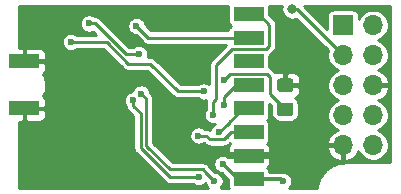
<source format=gbr>
G04 #@! TF.GenerationSoftware,KiCad,Pcbnew,(5.1.6)-1*
G04 #@! TF.CreationDate,2020-11-13T23:12:39+01:00*
G04 #@! TF.ProjectId,AskSin-Analyzer-XS-RPi,41736b53-696e-42d4-916e-616c797a6572,rev?*
G04 #@! TF.SameCoordinates,Original*
G04 #@! TF.FileFunction,Copper,L1,Top*
G04 #@! TF.FilePolarity,Positive*
%FSLAX46Y46*%
G04 Gerber Fmt 4.6, Leading zero omitted, Abs format (unit mm)*
G04 Created by KiCad (PCBNEW (5.1.6)-1) date 2020-11-13 23:12:39*
%MOMM*%
%LPD*%
G01*
G04 APERTURE LIST*
G04 #@! TA.AperFunction,SMDPad,CuDef*
%ADD10R,2.524000X1.200000*%
G04 #@! TD*
G04 #@! TA.AperFunction,ComponentPad*
%ADD11O,1.700000X1.700000*%
G04 #@! TD*
G04 #@! TA.AperFunction,ComponentPad*
%ADD12R,1.700000X1.700000*%
G04 #@! TD*
G04 #@! TA.AperFunction,ViaPad*
%ADD13C,0.600000*%
G04 #@! TD*
G04 #@! TA.AperFunction,ViaPad*
%ADD14C,0.800000*%
G04 #@! TD*
G04 #@! TA.AperFunction,Conductor*
%ADD15C,0.250000*%
G04 #@! TD*
G04 #@! TA.AperFunction,Conductor*
%ADD16C,0.500000*%
G04 #@! TD*
G04 #@! TA.AperFunction,Conductor*
%ADD17C,0.300000*%
G04 #@! TD*
G04 #@! TA.AperFunction,Conductor*
%ADD18C,0.254000*%
G04 #@! TD*
G04 APERTURE END LIST*
D10*
X136025000Y-88650000D03*
X136025000Y-92650000D03*
X155025000Y-84650000D03*
X155025000Y-86650000D03*
X155025000Y-88650000D03*
X155025000Y-90650000D03*
X155025000Y-92650000D03*
X155025000Y-94650000D03*
X155025000Y-96650000D03*
X155025000Y-98650000D03*
D11*
X165540000Y-95760000D03*
X163000000Y-95760000D03*
X165540000Y-93220000D03*
X163000000Y-93220000D03*
X165540000Y-90680000D03*
X163000000Y-90680000D03*
X165540000Y-88140000D03*
X163000000Y-88140000D03*
X165540000Y-85600000D03*
D12*
X163000000Y-85600000D03*
G04 #@! TA.AperFunction,SMDPad,CuDef*
G36*
G01*
X157649999Y-92150000D02*
X158550001Y-92150000D01*
G75*
G02*
X158800000Y-92399999I0J-249999D01*
G01*
X158800000Y-93050001D01*
G75*
G02*
X158550001Y-93300000I-249999J0D01*
G01*
X157649999Y-93300000D01*
G75*
G02*
X157400000Y-93050001I0J249999D01*
G01*
X157400000Y-92399999D01*
G75*
G02*
X157649999Y-92150000I249999J0D01*
G01*
G37*
G04 #@! TD.AperFunction*
G04 #@! TA.AperFunction,SMDPad,CuDef*
G36*
G01*
X157649999Y-90100000D02*
X158550001Y-90100000D01*
G75*
G02*
X158800000Y-90349999I0J-249999D01*
G01*
X158800000Y-91000001D01*
G75*
G02*
X158550001Y-91250000I-249999J0D01*
G01*
X157649999Y-91250000D01*
G75*
G02*
X157400000Y-91000001I0J249999D01*
G01*
X157400000Y-90349999D01*
G75*
G02*
X157649999Y-90100000I249999J0D01*
G01*
G37*
G04 #@! TD.AperFunction*
D13*
X157750000Y-90500000D03*
X157850000Y-94450000D03*
X159500000Y-85950000D03*
X157900000Y-96600000D03*
X149775216Y-85325216D03*
X139490900Y-94834532D03*
X157900000Y-98800000D03*
X152800000Y-97350000D03*
X145917500Y-91392500D03*
X152100000Y-98800000D03*
X145200000Y-91975000D03*
X150775000Y-98475000D03*
X145500000Y-85650000D03*
X152500000Y-94650000D03*
X152925000Y-92350000D03*
X150750000Y-94950000D03*
X152000000Y-93200000D03*
X139950000Y-87000000D03*
X152907500Y-90267500D03*
X151200000Y-91200000D03*
X145700000Y-88050000D03*
X141500000Y-85450000D03*
D14*
X158650000Y-84250000D03*
D15*
X155075000Y-96600000D02*
X155025000Y-96650000D01*
X157900000Y-96600000D02*
X155075000Y-96600000D01*
D16*
X157900000Y-96600000D02*
X153250000Y-96600000D01*
X153250000Y-96600000D02*
X152750000Y-96100000D01*
D15*
X155325000Y-98350000D02*
X155025000Y-98650000D01*
X155025000Y-98650000D02*
X155025000Y-98650000D01*
D17*
X155025000Y-98650000D02*
X154300000Y-98650000D01*
X155025000Y-98650000D02*
X157325000Y-98650000D01*
D15*
X154100000Y-98650000D02*
X152800000Y-97350000D01*
X155025000Y-98650000D02*
X154100000Y-98650000D01*
X152800000Y-97350000D02*
X152800000Y-97350000D01*
D17*
X157750000Y-98650000D02*
X157900000Y-98800000D01*
X155025000Y-98650000D02*
X157750000Y-98650000D01*
D15*
X146300009Y-95800011D02*
X146300009Y-91775009D01*
X146300009Y-91775009D02*
X145925000Y-91400000D01*
X148312499Y-97812501D02*
X146300009Y-95800011D01*
X151112501Y-97812501D02*
X151400000Y-98100000D01*
X148312499Y-97812501D02*
X151112501Y-97812501D01*
X151400000Y-98100000D02*
X152100000Y-98800000D01*
X152100000Y-98800000D02*
X152100000Y-98800000D01*
X145200000Y-92399264D02*
X145200000Y-91975000D01*
X145850000Y-93049264D02*
X145200000Y-92399264D01*
X150775000Y-98475000D02*
X150775000Y-98475000D01*
X145850000Y-95986412D02*
X145850000Y-93049264D01*
X148338588Y-98475000D02*
X145850000Y-95986412D01*
X145200000Y-91975000D02*
X145200000Y-91975000D01*
X150775000Y-98475000D02*
X148338588Y-98475000D01*
X155025000Y-86650000D02*
X147325000Y-86650000D01*
X155025000Y-86650000D02*
X147350000Y-86650000D01*
X146500000Y-86650000D02*
X145500000Y-85650000D01*
X147350000Y-86650000D02*
X146500000Y-86650000D01*
X145500000Y-85650000D02*
X145500000Y-85650000D01*
X155475010Y-92463600D02*
X155343205Y-92331795D01*
X155475010Y-92836400D02*
X155475010Y-92463600D01*
X154500000Y-92650000D02*
X153225000Y-93925000D01*
X155025000Y-92650000D02*
X154500000Y-92650000D01*
X152500000Y-94650000D02*
X152500000Y-94650000D01*
X153225000Y-93925000D02*
X153425001Y-93724999D01*
X152500000Y-94650000D02*
X153225000Y-93925000D01*
X155025000Y-90650000D02*
X154363000Y-90650000D01*
X155025000Y-90650000D02*
X153950000Y-90650000D01*
X152925000Y-91675000D02*
X152925000Y-92350000D01*
X153950000Y-90650000D02*
X152925000Y-91675000D01*
X152925000Y-92350000D02*
X152925000Y-92350000D01*
X155025000Y-94650000D02*
X153513000Y-94650000D01*
X153131500Y-95031500D02*
X153006500Y-95156500D01*
X153513000Y-94650000D02*
X153131500Y-95031500D01*
X151400000Y-94950000D02*
X150750000Y-94950000D01*
X151725001Y-95275001D02*
X151400000Y-94950000D01*
X152887999Y-95275001D02*
X153513000Y-94650000D01*
X152174999Y-95275001D02*
X152887999Y-95275001D01*
X152174999Y-95275001D02*
X151725001Y-95275001D01*
X152800001Y-95275001D02*
X152174999Y-95275001D01*
X150750000Y-94950000D02*
X150750000Y-94950000D01*
X155850000Y-84650000D02*
X155025000Y-84650000D01*
X156750000Y-85550000D02*
X155850000Y-84650000D01*
X156750000Y-87372002D02*
X156750000Y-85550000D01*
X152000000Y-92100000D02*
X152249999Y-91850001D01*
X156472002Y-87650000D02*
X156750000Y-87372002D01*
X152000000Y-93225000D02*
X152000000Y-93225000D01*
X152249999Y-91850001D02*
X152249999Y-88977999D01*
X152249999Y-88977999D02*
X153577998Y-87650000D01*
X153577998Y-87650000D02*
X156472002Y-87650000D01*
X152000000Y-93225000D02*
X152000000Y-93200000D01*
X152000000Y-93200000D02*
X152000000Y-92100000D01*
X144794295Y-88855705D02*
X146655705Y-88855705D01*
X146655705Y-88855705D02*
X149000000Y-91200000D01*
X150850000Y-91200000D02*
X149000000Y-91200000D01*
X149000000Y-91200000D02*
X151200000Y-91200000D01*
X152875000Y-90300000D02*
X152907500Y-90267500D01*
X156547001Y-89724999D02*
X156800000Y-89977998D01*
X153450001Y-89724999D02*
X156547001Y-89724999D01*
X156800000Y-91425000D02*
X158100000Y-92725000D01*
X156800000Y-89977998D02*
X156800000Y-91425000D01*
X139950000Y-87000000D02*
X139950000Y-87000000D01*
X144794295Y-88855705D02*
X142994295Y-87055705D01*
X142938590Y-87000000D02*
X142994295Y-87055705D01*
X139950000Y-87000000D02*
X142938590Y-87000000D01*
X152907500Y-90267500D02*
X153450001Y-89724999D01*
X151200000Y-91200000D02*
X151200000Y-91200000D01*
X145700000Y-88050000D02*
X145700000Y-88050000D01*
X142025000Y-85450000D02*
X142537500Y-85962500D01*
X144625000Y-88050000D02*
X142537500Y-85962500D01*
X141500000Y-85450000D02*
X141500000Y-85450000D01*
X145700000Y-88050000D02*
X144625000Y-88050000D01*
X141500000Y-85450000D02*
X142025000Y-85450000D01*
X163000000Y-88140000D02*
X159110000Y-84250000D01*
X159110000Y-84250000D02*
X158650000Y-84250000D01*
X158650000Y-84250000D02*
X158650000Y-84250000D01*
D18*
G36*
X153289489Y-83991158D02*
G01*
X153283693Y-84050000D01*
X153283693Y-85250000D01*
X153292903Y-85343508D01*
X153320178Y-85433423D01*
X153364471Y-85516289D01*
X153424079Y-85588921D01*
X153496711Y-85648529D01*
X153499463Y-85650000D01*
X153496711Y-85651471D01*
X153424079Y-85711079D01*
X153364471Y-85783711D01*
X153320178Y-85866577D01*
X153292903Y-85956492D01*
X153283890Y-86048000D01*
X146749356Y-86048000D01*
X146277000Y-85575645D01*
X146277000Y-85573472D01*
X146247141Y-85423357D01*
X146188569Y-85281952D01*
X146103536Y-85154691D01*
X145995309Y-85046464D01*
X145868048Y-84961431D01*
X145726643Y-84902859D01*
X145576528Y-84873000D01*
X145423472Y-84873000D01*
X145273357Y-84902859D01*
X145131952Y-84961431D01*
X145004691Y-85046464D01*
X144896464Y-85154691D01*
X144811431Y-85281952D01*
X144752859Y-85423357D01*
X144723000Y-85573472D01*
X144723000Y-85726528D01*
X144752859Y-85876643D01*
X144811431Y-86018048D01*
X144896464Y-86145309D01*
X145004691Y-86253536D01*
X145131952Y-86338569D01*
X145273357Y-86397141D01*
X145423472Y-86427000D01*
X145425645Y-86427000D01*
X146053416Y-87054771D01*
X146072263Y-87077737D01*
X146095228Y-87096584D01*
X146163928Y-87152966D01*
X146268510Y-87208866D01*
X146381987Y-87243289D01*
X146393182Y-87244391D01*
X146470434Y-87252000D01*
X146470441Y-87252000D01*
X146500000Y-87254911D01*
X146529559Y-87252000D01*
X153124641Y-87252000D01*
X151845228Y-88531415D01*
X151822263Y-88550262D01*
X151803416Y-88573227D01*
X151803415Y-88573228D01*
X151747034Y-88641928D01*
X151691133Y-88746510D01*
X151656711Y-88859987D01*
X151645088Y-88977999D01*
X151648000Y-89007565D01*
X151647999Y-90564853D01*
X151568048Y-90511431D01*
X151426643Y-90452859D01*
X151276528Y-90423000D01*
X151123472Y-90423000D01*
X150973357Y-90452859D01*
X150831952Y-90511431D01*
X150704691Y-90596464D01*
X150703155Y-90598000D01*
X149249356Y-90598000D01*
X147102294Y-88450939D01*
X147083442Y-88427968D01*
X146991776Y-88352739D01*
X146887195Y-88296839D01*
X146773717Y-88262416D01*
X146685271Y-88253705D01*
X146685261Y-88253705D01*
X146655705Y-88250794D01*
X146626149Y-88253705D01*
X146451704Y-88253705D01*
X146477000Y-88126528D01*
X146477000Y-87973472D01*
X146447141Y-87823357D01*
X146388569Y-87681952D01*
X146303536Y-87554691D01*
X146195309Y-87446464D01*
X146068048Y-87361431D01*
X145926643Y-87302859D01*
X145776528Y-87273000D01*
X145623472Y-87273000D01*
X145473357Y-87302859D01*
X145331952Y-87361431D01*
X145204691Y-87446464D01*
X145203155Y-87448000D01*
X144874356Y-87448000D01*
X142984093Y-85557738D01*
X142984084Y-85557727D01*
X142471588Y-85045233D01*
X142452737Y-85022263D01*
X142361071Y-84947034D01*
X142256490Y-84891134D01*
X142143012Y-84856711D01*
X142054566Y-84848000D01*
X142054556Y-84848000D01*
X142025000Y-84845089D01*
X141996719Y-84847874D01*
X141995309Y-84846464D01*
X141868048Y-84761431D01*
X141726643Y-84702859D01*
X141576528Y-84673000D01*
X141423472Y-84673000D01*
X141273357Y-84702859D01*
X141131952Y-84761431D01*
X141004691Y-84846464D01*
X140896464Y-84954691D01*
X140811431Y-85081952D01*
X140752859Y-85223357D01*
X140723000Y-85373472D01*
X140723000Y-85526528D01*
X140752859Y-85676643D01*
X140811431Y-85818048D01*
X140896464Y-85945309D01*
X141004691Y-86053536D01*
X141131952Y-86138569D01*
X141273357Y-86197141D01*
X141423472Y-86227000D01*
X141576528Y-86227000D01*
X141726643Y-86197141D01*
X141863922Y-86140278D01*
X142121643Y-86398000D01*
X140446845Y-86398000D01*
X140445309Y-86396464D01*
X140318048Y-86311431D01*
X140176643Y-86252859D01*
X140026528Y-86223000D01*
X139873472Y-86223000D01*
X139723357Y-86252859D01*
X139581952Y-86311431D01*
X139454691Y-86396464D01*
X139346464Y-86504691D01*
X139261431Y-86631952D01*
X139202859Y-86773357D01*
X139173000Y-86923472D01*
X139173000Y-87076528D01*
X139202859Y-87226643D01*
X139261431Y-87368048D01*
X139346464Y-87495309D01*
X139454691Y-87603536D01*
X139581952Y-87688569D01*
X139723357Y-87747141D01*
X139873472Y-87777000D01*
X140026528Y-87777000D01*
X140176643Y-87747141D01*
X140318048Y-87688569D01*
X140445309Y-87603536D01*
X140446845Y-87602000D01*
X142689235Y-87602000D01*
X144347715Y-89260482D01*
X144366558Y-89283442D01*
X144389518Y-89302285D01*
X144389522Y-89302289D01*
X144439748Y-89343508D01*
X144458224Y-89358671D01*
X144562805Y-89414571D01*
X144676283Y-89448994D01*
X144764729Y-89457705D01*
X144764738Y-89457705D01*
X144794294Y-89460616D01*
X144823851Y-89457705D01*
X146406350Y-89457705D01*
X148553416Y-91604772D01*
X148572263Y-91627737D01*
X148663929Y-91702966D01*
X148768510Y-91758866D01*
X148881988Y-91793289D01*
X148970434Y-91802000D01*
X148970443Y-91802000D01*
X149000000Y-91804911D01*
X149029556Y-91802000D01*
X150703155Y-91802000D01*
X150704691Y-91803536D01*
X150831952Y-91888569D01*
X150973357Y-91947141D01*
X151123472Y-91977000D01*
X151276528Y-91977000D01*
X151416681Y-91949122D01*
X151406712Y-91981988D01*
X151395089Y-92100000D01*
X151398001Y-92129566D01*
X151398000Y-92703155D01*
X151396464Y-92704691D01*
X151311431Y-92831952D01*
X151252859Y-92973357D01*
X151223000Y-93123472D01*
X151223000Y-93276528D01*
X151252859Y-93426643D01*
X151311431Y-93568048D01*
X151396464Y-93695309D01*
X151504691Y-93803536D01*
X151631952Y-93888569D01*
X151773357Y-93947141D01*
X151923472Y-93977000D01*
X152076528Y-93977000D01*
X152122267Y-93967902D01*
X152004691Y-94046464D01*
X151896464Y-94154691D01*
X151811431Y-94281952D01*
X151752859Y-94423357D01*
X151746454Y-94455556D01*
X151736071Y-94447034D01*
X151631490Y-94391134D01*
X151518012Y-94356711D01*
X151429566Y-94348000D01*
X151429556Y-94348000D01*
X151400000Y-94345089D01*
X151370444Y-94348000D01*
X151246845Y-94348000D01*
X151245309Y-94346464D01*
X151118048Y-94261431D01*
X150976643Y-94202859D01*
X150826528Y-94173000D01*
X150673472Y-94173000D01*
X150523357Y-94202859D01*
X150381952Y-94261431D01*
X150254691Y-94346464D01*
X150146464Y-94454691D01*
X150061431Y-94581952D01*
X150002859Y-94723357D01*
X149973000Y-94873472D01*
X149973000Y-95026528D01*
X150002859Y-95176643D01*
X150061431Y-95318048D01*
X150146464Y-95445309D01*
X150254691Y-95553536D01*
X150381952Y-95638569D01*
X150523357Y-95697141D01*
X150673472Y-95727000D01*
X150826528Y-95727000D01*
X150976643Y-95697141D01*
X151118048Y-95638569D01*
X151189483Y-95590838D01*
X151278412Y-95679767D01*
X151297264Y-95702738D01*
X151388930Y-95777967D01*
X151493511Y-95833867D01*
X151606989Y-95868290D01*
X151695435Y-95877001D01*
X151695444Y-95877001D01*
X151725001Y-95879912D01*
X151754557Y-95877001D01*
X152858443Y-95877001D01*
X152887999Y-95879912D01*
X152917555Y-95877001D01*
X152917565Y-95877001D01*
X153006011Y-95868290D01*
X153119489Y-95833867D01*
X153224070Y-95777967D01*
X153315736Y-95702738D01*
X153334588Y-95679767D01*
X153424823Y-95589532D01*
X153459095Y-95617658D01*
X153388552Y-95675552D01*
X153322695Y-95755798D01*
X153273760Y-95847350D01*
X153243625Y-95946690D01*
X153233450Y-96050000D01*
X153236000Y-96445250D01*
X153367750Y-96577000D01*
X154952000Y-96577000D01*
X154952000Y-96557000D01*
X155098000Y-96557000D01*
X155098000Y-96577000D01*
X156682250Y-96577000D01*
X156814000Y-96445250D01*
X156816550Y-96050000D01*
X156816276Y-96047209D01*
X161653285Y-96047209D01*
X161720680Y-96269391D01*
X161844639Y-96509186D01*
X162012998Y-96720190D01*
X162219287Y-96894295D01*
X162455578Y-97024809D01*
X162712791Y-97106718D01*
X162927000Y-97003317D01*
X162927000Y-95833000D01*
X161756892Y-95833000D01*
X161653285Y-96047209D01*
X156816276Y-96047209D01*
X156806375Y-95946690D01*
X156776240Y-95847350D01*
X156727305Y-95755798D01*
X156661448Y-95675552D01*
X156590905Y-95617658D01*
X156625921Y-95588921D01*
X156685529Y-95516289D01*
X156729822Y-95433423D01*
X156757097Y-95343508D01*
X156766307Y-95250000D01*
X156766307Y-94050000D01*
X156757097Y-93956492D01*
X156729822Y-93866577D01*
X156685529Y-93783711D01*
X156625921Y-93711079D01*
X156553289Y-93651471D01*
X156550537Y-93650000D01*
X156553289Y-93648529D01*
X156625921Y-93588921D01*
X156685529Y-93516289D01*
X156729822Y-93433423D01*
X156757097Y-93343508D01*
X156766307Y-93250000D01*
X156766307Y-92242662D01*
X156920958Y-92397313D01*
X156920693Y-92399999D01*
X156920693Y-93050001D01*
X156934706Y-93192282D01*
X156976208Y-93329094D01*
X157043603Y-93455182D01*
X157134302Y-93565698D01*
X157244818Y-93656397D01*
X157370906Y-93723792D01*
X157507718Y-93765294D01*
X157649999Y-93779307D01*
X158550001Y-93779307D01*
X158692282Y-93765294D01*
X158829094Y-93723792D01*
X158955182Y-93656397D01*
X159065698Y-93565698D01*
X159156397Y-93455182D01*
X159223792Y-93329094D01*
X159265294Y-93192282D01*
X159279307Y-93050001D01*
X159279307Y-92399999D01*
X159265294Y-92257718D01*
X159223792Y-92120906D01*
X159156397Y-91994818D01*
X159065698Y-91884302D01*
X158955182Y-91793603D01*
X158907485Y-91768109D01*
X159002650Y-91739240D01*
X159094202Y-91690305D01*
X159174448Y-91624448D01*
X159240305Y-91544202D01*
X159289240Y-91452650D01*
X159319375Y-91353310D01*
X159329550Y-91250000D01*
X159327000Y-90879750D01*
X159195250Y-90748000D01*
X158173000Y-90748000D01*
X158173000Y-90768000D01*
X158027000Y-90768000D01*
X158027000Y-90748000D01*
X158007000Y-90748000D01*
X158007000Y-90602000D01*
X158027000Y-90602000D01*
X158027000Y-89704750D01*
X158173000Y-89704750D01*
X158173000Y-90602000D01*
X159195250Y-90602000D01*
X159327000Y-90470250D01*
X159329550Y-90100000D01*
X159319375Y-89996690D01*
X159289240Y-89897350D01*
X159240305Y-89805798D01*
X159174448Y-89725552D01*
X159094202Y-89659695D01*
X159002650Y-89610760D01*
X158903310Y-89580625D01*
X158800000Y-89570450D01*
X158304750Y-89573000D01*
X158173000Y-89704750D01*
X158027000Y-89704750D01*
X157895250Y-89573000D01*
X157400000Y-89570450D01*
X157296690Y-89580625D01*
X157261434Y-89591320D01*
X157227737Y-89550261D01*
X157204767Y-89531410D01*
X156993590Y-89320233D01*
X156974738Y-89297262D01*
X156883072Y-89222033D01*
X156778491Y-89166133D01*
X156766307Y-89162437D01*
X156766307Y-88175291D01*
X156808073Y-88152966D01*
X156899739Y-88077737D01*
X156918591Y-88054766D01*
X157154767Y-87818590D01*
X157177737Y-87799739D01*
X157252966Y-87708073D01*
X157308866Y-87603492D01*
X157316022Y-87579903D01*
X157343289Y-87490015D01*
X157347578Y-87446464D01*
X157352000Y-87401568D01*
X157352000Y-87401561D01*
X157354911Y-87372002D01*
X157352000Y-87342443D01*
X157352000Y-85579556D01*
X157354911Y-85549999D01*
X157352000Y-85520443D01*
X157352000Y-85520434D01*
X157343289Y-85431988D01*
X157308866Y-85318510D01*
X157252966Y-85213929D01*
X157242286Y-85200916D01*
X157196584Y-85145227D01*
X157196580Y-85145223D01*
X157177737Y-85122263D01*
X157154777Y-85103420D01*
X156766307Y-84714951D01*
X156766307Y-84050000D01*
X156760777Y-83993858D01*
X157806607Y-83994672D01*
X157773000Y-84163623D01*
X157773000Y-84336377D01*
X157806703Y-84505811D01*
X157872813Y-84665415D01*
X157968790Y-84809055D01*
X158090945Y-84931210D01*
X158234585Y-85027187D01*
X158394189Y-85093297D01*
X158563623Y-85127000D01*
X158736377Y-85127000D01*
X158905811Y-85093297D01*
X159044497Y-85035852D01*
X161735002Y-87726358D01*
X161723996Y-87752928D01*
X161673000Y-88009302D01*
X161673000Y-88270698D01*
X161723996Y-88527072D01*
X161824028Y-88768570D01*
X161969252Y-88985913D01*
X162154087Y-89170748D01*
X162371430Y-89315972D01*
X162598433Y-89410000D01*
X162371430Y-89504028D01*
X162154087Y-89649252D01*
X161969252Y-89834087D01*
X161824028Y-90051430D01*
X161723996Y-90292928D01*
X161673000Y-90549302D01*
X161673000Y-90810698D01*
X161723996Y-91067072D01*
X161824028Y-91308570D01*
X161969252Y-91525913D01*
X162154087Y-91710748D01*
X162371430Y-91855972D01*
X162598433Y-91950000D01*
X162371430Y-92044028D01*
X162154087Y-92189252D01*
X161969252Y-92374087D01*
X161824028Y-92591430D01*
X161723996Y-92832928D01*
X161673000Y-93089302D01*
X161673000Y-93350698D01*
X161723996Y-93607072D01*
X161824028Y-93848570D01*
X161969252Y-94065913D01*
X162154087Y-94250748D01*
X162371430Y-94395972D01*
X162543427Y-94467216D01*
X162455578Y-94495191D01*
X162219287Y-94625705D01*
X162012998Y-94799810D01*
X161844639Y-95010814D01*
X161720680Y-95250609D01*
X161653285Y-95472791D01*
X161756892Y-95687000D01*
X162927000Y-95687000D01*
X162927000Y-95667000D01*
X163073000Y-95667000D01*
X163073000Y-95687000D01*
X163093000Y-95687000D01*
X163093000Y-95833000D01*
X163073000Y-95833000D01*
X163073000Y-97003317D01*
X163287209Y-97106718D01*
X163544422Y-97024809D01*
X163780713Y-96894295D01*
X163987002Y-96720190D01*
X164155361Y-96509186D01*
X164279320Y-96269391D01*
X164294260Y-96220137D01*
X164364028Y-96388570D01*
X164509252Y-96605913D01*
X164694087Y-96790748D01*
X164911430Y-96935972D01*
X165152928Y-97036004D01*
X165409302Y-97087000D01*
X165670698Y-97087000D01*
X165927072Y-97036004D01*
X166168570Y-96935972D01*
X166385913Y-96790748D01*
X166570748Y-96605913D01*
X166715972Y-96388570D01*
X166816004Y-96147072D01*
X166867000Y-95890698D01*
X166867000Y-95629302D01*
X166816004Y-95372928D01*
X166715972Y-95131430D01*
X166570748Y-94914087D01*
X166385913Y-94729252D01*
X166168570Y-94584028D01*
X165941567Y-94490000D01*
X166168570Y-94395972D01*
X166385913Y-94250748D01*
X166570748Y-94065913D01*
X166715972Y-93848570D01*
X166816004Y-93607072D01*
X166867000Y-93350698D01*
X166867000Y-93089302D01*
X166816004Y-92832928D01*
X166715972Y-92591430D01*
X166570748Y-92374087D01*
X166385913Y-92189252D01*
X166168570Y-92044028D01*
X165996573Y-91972784D01*
X166084422Y-91944809D01*
X166320713Y-91814295D01*
X166527002Y-91640190D01*
X166695361Y-91429186D01*
X166819320Y-91189391D01*
X166886715Y-90967209D01*
X166783108Y-90753000D01*
X165613000Y-90753000D01*
X165613000Y-90773000D01*
X165467000Y-90773000D01*
X165467000Y-90753000D01*
X165447000Y-90753000D01*
X165447000Y-90607000D01*
X165467000Y-90607000D01*
X165467000Y-90587000D01*
X165613000Y-90587000D01*
X165613000Y-90607000D01*
X166783108Y-90607000D01*
X166886715Y-90392791D01*
X166819320Y-90170609D01*
X166695361Y-89930814D01*
X166527002Y-89719810D01*
X166320713Y-89545705D01*
X166084422Y-89415191D01*
X165996573Y-89387216D01*
X166168570Y-89315972D01*
X166385913Y-89170748D01*
X166570748Y-88985913D01*
X166715972Y-88768570D01*
X166816004Y-88527072D01*
X166867000Y-88270698D01*
X166867000Y-88009302D01*
X166816004Y-87752928D01*
X166715972Y-87511430D01*
X166570748Y-87294087D01*
X166385913Y-87109252D01*
X166168570Y-86964028D01*
X165941567Y-86870000D01*
X166168570Y-86775972D01*
X166385913Y-86630748D01*
X166570748Y-86445913D01*
X166715972Y-86228570D01*
X166816004Y-85987072D01*
X166867000Y-85730698D01*
X166867000Y-85469302D01*
X166816004Y-85212928D01*
X166715972Y-84971430D01*
X166570748Y-84754087D01*
X166385913Y-84569252D01*
X166168570Y-84424028D01*
X165927072Y-84323996D01*
X165670698Y-84273000D01*
X165409302Y-84273000D01*
X165152928Y-84323996D01*
X164911430Y-84424028D01*
X164694087Y-84569252D01*
X164509252Y-84754087D01*
X164364028Y-84971430D01*
X164329307Y-85055254D01*
X164329307Y-84750000D01*
X164320097Y-84656492D01*
X164292822Y-84566577D01*
X164248529Y-84483711D01*
X164188921Y-84411079D01*
X164116289Y-84351471D01*
X164033423Y-84307178D01*
X163943508Y-84279903D01*
X163850000Y-84270693D01*
X162150000Y-84270693D01*
X162056492Y-84279903D01*
X161966577Y-84307178D01*
X161883711Y-84351471D01*
X161811079Y-84411079D01*
X161751471Y-84483711D01*
X161707178Y-84566577D01*
X161679903Y-84656492D01*
X161670693Y-84750000D01*
X161670693Y-85959337D01*
X159707506Y-83996151D01*
X166998000Y-84001824D01*
X166998001Y-97223000D01*
X163202503Y-97223000D01*
X163141846Y-97222403D01*
X163116674Y-97224621D01*
X163091407Y-97224445D01*
X163084432Y-97225129D01*
X162720372Y-97263393D01*
X162675816Y-97272539D01*
X162631109Y-97281068D01*
X162624399Y-97283093D01*
X162274704Y-97391342D01*
X162232759Y-97408975D01*
X162190575Y-97426018D01*
X162184387Y-97429308D01*
X161862377Y-97603419D01*
X161824673Y-97628851D01*
X161786585Y-97653775D01*
X161781154Y-97658205D01*
X161499096Y-97891544D01*
X161467050Y-97923814D01*
X161434529Y-97955662D01*
X161430061Y-97961062D01*
X161198696Y-98244743D01*
X161173512Y-98282648D01*
X161147812Y-98320182D01*
X161144478Y-98326348D01*
X160972621Y-98649565D01*
X160955291Y-98691611D01*
X160937359Y-98733450D01*
X160935286Y-98740146D01*
X160829482Y-99090588D01*
X160820645Y-99135222D01*
X160811186Y-99179723D01*
X160810453Y-99186694D01*
X160792185Y-99373000D01*
X158425845Y-99373000D01*
X158503536Y-99295309D01*
X158588569Y-99168048D01*
X158647141Y-99026643D01*
X158677000Y-98876528D01*
X158677000Y-98723472D01*
X158647141Y-98573357D01*
X158588569Y-98431952D01*
X158503536Y-98304691D01*
X158395309Y-98196464D01*
X158268048Y-98111431D01*
X158126643Y-98052859D01*
X157976528Y-98023000D01*
X157823472Y-98023000D01*
X157809338Y-98025811D01*
X157780794Y-98023000D01*
X157750000Y-98019967D01*
X157719206Y-98023000D01*
X156763648Y-98023000D01*
X156757097Y-97956492D01*
X156729822Y-97866577D01*
X156685529Y-97783711D01*
X156625921Y-97711079D01*
X156590905Y-97682342D01*
X156661448Y-97624448D01*
X156727305Y-97544202D01*
X156776240Y-97452650D01*
X156806375Y-97353310D01*
X156816550Y-97250000D01*
X156814000Y-96854750D01*
X156682250Y-96723000D01*
X155098000Y-96723000D01*
X155098000Y-96743000D01*
X154952000Y-96743000D01*
X154952000Y-96723000D01*
X153367750Y-96723000D01*
X153319798Y-96770953D01*
X153295309Y-96746464D01*
X153168048Y-96661431D01*
X153026643Y-96602859D01*
X152876528Y-96573000D01*
X152723472Y-96573000D01*
X152573357Y-96602859D01*
X152431952Y-96661431D01*
X152304691Y-96746464D01*
X152196464Y-96854691D01*
X152111431Y-96981952D01*
X152052859Y-97123357D01*
X152023000Y-97273472D01*
X152023000Y-97426528D01*
X152052859Y-97576643D01*
X152111431Y-97718048D01*
X152196464Y-97845309D01*
X152304691Y-97953536D01*
X152431952Y-98038569D01*
X152573357Y-98097141D01*
X152723472Y-98127000D01*
X152725645Y-98127000D01*
X153283693Y-98685049D01*
X153283693Y-99250000D01*
X153292903Y-99343508D01*
X153301849Y-99373000D01*
X152625845Y-99373000D01*
X152703536Y-99295309D01*
X152788569Y-99168048D01*
X152847141Y-99026643D01*
X152877000Y-98876528D01*
X152877000Y-98723472D01*
X152847141Y-98573357D01*
X152788569Y-98431952D01*
X152703536Y-98304691D01*
X152595309Y-98196464D01*
X152468048Y-98111431D01*
X152326643Y-98052859D01*
X152176528Y-98023000D01*
X152174356Y-98023000D01*
X151804771Y-97653416D01*
X151559090Y-97407735D01*
X151540238Y-97384764D01*
X151448572Y-97309535D01*
X151343991Y-97253635D01*
X151230513Y-97219212D01*
X151142067Y-97210501D01*
X151142057Y-97210501D01*
X151112501Y-97207590D01*
X151082945Y-97210501D01*
X148561855Y-97210501D01*
X146902009Y-95550656D01*
X146902009Y-91804565D01*
X146904920Y-91775009D01*
X146902009Y-91745452D01*
X146902009Y-91745443D01*
X146893298Y-91656997D01*
X146858875Y-91543519D01*
X146802975Y-91438938D01*
X146727746Y-91347272D01*
X146704775Y-91328420D01*
X146694500Y-91318145D01*
X146694500Y-91315972D01*
X146664641Y-91165857D01*
X146606069Y-91024452D01*
X146521036Y-90897191D01*
X146412809Y-90788964D01*
X146285548Y-90703931D01*
X146144143Y-90645359D01*
X145994028Y-90615500D01*
X145840972Y-90615500D01*
X145690857Y-90645359D01*
X145549452Y-90703931D01*
X145422191Y-90788964D01*
X145313964Y-90897191D01*
X145228931Y-91024452D01*
X145170359Y-91165857D01*
X145163966Y-91198000D01*
X145123472Y-91198000D01*
X144973357Y-91227859D01*
X144831952Y-91286431D01*
X144704691Y-91371464D01*
X144596464Y-91479691D01*
X144511431Y-91606952D01*
X144452859Y-91748357D01*
X144423000Y-91898472D01*
X144423000Y-92051528D01*
X144452859Y-92201643D01*
X144511431Y-92343048D01*
X144596464Y-92470309D01*
X144602699Y-92476544D01*
X144606711Y-92517275D01*
X144641134Y-92630753D01*
X144697034Y-92735334D01*
X144772263Y-92827001D01*
X144795234Y-92845853D01*
X145248001Y-93298621D01*
X145248000Y-95956855D01*
X145245089Y-95986412D01*
X145248000Y-96015968D01*
X145248000Y-96015977D01*
X145256711Y-96104423D01*
X145291134Y-96217901D01*
X145347034Y-96322482D01*
X145422263Y-96414149D01*
X145445234Y-96433001D01*
X147892004Y-98879772D01*
X147910851Y-98902737D01*
X148002517Y-98977966D01*
X148107098Y-99033866D01*
X148220576Y-99068289D01*
X148309022Y-99077000D01*
X148309031Y-99077000D01*
X148338588Y-99079911D01*
X148368144Y-99077000D01*
X150278155Y-99077000D01*
X150279691Y-99078536D01*
X150406952Y-99163569D01*
X150548357Y-99222141D01*
X150698472Y-99252000D01*
X150851528Y-99252000D01*
X151001643Y-99222141D01*
X151143048Y-99163569D01*
X151270309Y-99078536D01*
X151347773Y-99001072D01*
X151352859Y-99026643D01*
X151411431Y-99168048D01*
X151496464Y-99295309D01*
X151574155Y-99373000D01*
X135602000Y-99373000D01*
X135602000Y-93777526D01*
X135820250Y-93777000D01*
X135952000Y-93645250D01*
X135952000Y-92723000D01*
X136098000Y-92723000D01*
X136098000Y-93645250D01*
X136229750Y-93777000D01*
X137287000Y-93779550D01*
X137390310Y-93769375D01*
X137489650Y-93739240D01*
X137581202Y-93690305D01*
X137661448Y-93624448D01*
X137727305Y-93544202D01*
X137776240Y-93452650D01*
X137806375Y-93353310D01*
X137816550Y-93250000D01*
X137814000Y-92854750D01*
X137682250Y-92723000D01*
X136098000Y-92723000D01*
X135952000Y-92723000D01*
X135932000Y-92723000D01*
X135932000Y-92577000D01*
X135952000Y-92577000D01*
X135952000Y-92557000D01*
X136098000Y-92557000D01*
X136098000Y-92577000D01*
X137682250Y-92577000D01*
X137814000Y-92445250D01*
X137816550Y-92050000D01*
X137806375Y-91946690D01*
X137776240Y-91847350D01*
X137727305Y-91755798D01*
X137661448Y-91675552D01*
X137581202Y-91609695D01*
X137576469Y-91607165D01*
X137580969Y-91601148D01*
X137584557Y-91595127D01*
X137700681Y-91397141D01*
X137719755Y-91355846D01*
X137739414Y-91314801D01*
X137741765Y-91308198D01*
X137817221Y-91091429D01*
X137827914Y-91047203D01*
X137839223Y-91003133D01*
X137840247Y-90996199D01*
X137872162Y-90768901D01*
X137874061Y-90723439D01*
X137876595Y-90678016D01*
X137876252Y-90671015D01*
X137863411Y-90441847D01*
X137856440Y-90396857D01*
X137850106Y-90351829D01*
X137848410Y-90345028D01*
X137791301Y-90122720D01*
X137775755Y-90080024D01*
X137760766Y-90037000D01*
X137757780Y-90030659D01*
X137658578Y-89823675D01*
X137635015Y-89784779D01*
X137611974Y-89745519D01*
X137607814Y-89739878D01*
X137573714Y-89694308D01*
X137581202Y-89690305D01*
X137661448Y-89624448D01*
X137727305Y-89544202D01*
X137776240Y-89452650D01*
X137806375Y-89353310D01*
X137816550Y-89250000D01*
X137814000Y-88854750D01*
X137682250Y-88723000D01*
X136098000Y-88723000D01*
X136098000Y-88743000D01*
X135952000Y-88743000D01*
X135952000Y-88723000D01*
X135932000Y-88723000D01*
X135932000Y-88577000D01*
X135952000Y-88577000D01*
X135952000Y-87654750D01*
X136098000Y-87654750D01*
X136098000Y-88577000D01*
X137682250Y-88577000D01*
X137814000Y-88445250D01*
X137816550Y-88050000D01*
X137806375Y-87946690D01*
X137776240Y-87847350D01*
X137727305Y-87755798D01*
X137661448Y-87675552D01*
X137581202Y-87609695D01*
X137489650Y-87560760D01*
X137390310Y-87530625D01*
X137287000Y-87520450D01*
X136229750Y-87523000D01*
X136098000Y-87654750D01*
X135952000Y-87654750D01*
X135820250Y-87523000D01*
X135599623Y-87522468D01*
X135595309Y-83977391D01*
X153289489Y-83991158D01*
G37*
X153289489Y-83991158D02*
X153283693Y-84050000D01*
X153283693Y-85250000D01*
X153292903Y-85343508D01*
X153320178Y-85433423D01*
X153364471Y-85516289D01*
X153424079Y-85588921D01*
X153496711Y-85648529D01*
X153499463Y-85650000D01*
X153496711Y-85651471D01*
X153424079Y-85711079D01*
X153364471Y-85783711D01*
X153320178Y-85866577D01*
X153292903Y-85956492D01*
X153283890Y-86048000D01*
X146749356Y-86048000D01*
X146277000Y-85575645D01*
X146277000Y-85573472D01*
X146247141Y-85423357D01*
X146188569Y-85281952D01*
X146103536Y-85154691D01*
X145995309Y-85046464D01*
X145868048Y-84961431D01*
X145726643Y-84902859D01*
X145576528Y-84873000D01*
X145423472Y-84873000D01*
X145273357Y-84902859D01*
X145131952Y-84961431D01*
X145004691Y-85046464D01*
X144896464Y-85154691D01*
X144811431Y-85281952D01*
X144752859Y-85423357D01*
X144723000Y-85573472D01*
X144723000Y-85726528D01*
X144752859Y-85876643D01*
X144811431Y-86018048D01*
X144896464Y-86145309D01*
X145004691Y-86253536D01*
X145131952Y-86338569D01*
X145273357Y-86397141D01*
X145423472Y-86427000D01*
X145425645Y-86427000D01*
X146053416Y-87054771D01*
X146072263Y-87077737D01*
X146095228Y-87096584D01*
X146163928Y-87152966D01*
X146268510Y-87208866D01*
X146381987Y-87243289D01*
X146393182Y-87244391D01*
X146470434Y-87252000D01*
X146470441Y-87252000D01*
X146500000Y-87254911D01*
X146529559Y-87252000D01*
X153124641Y-87252000D01*
X151845228Y-88531415D01*
X151822263Y-88550262D01*
X151803416Y-88573227D01*
X151803415Y-88573228D01*
X151747034Y-88641928D01*
X151691133Y-88746510D01*
X151656711Y-88859987D01*
X151645088Y-88977999D01*
X151648000Y-89007565D01*
X151647999Y-90564853D01*
X151568048Y-90511431D01*
X151426643Y-90452859D01*
X151276528Y-90423000D01*
X151123472Y-90423000D01*
X150973357Y-90452859D01*
X150831952Y-90511431D01*
X150704691Y-90596464D01*
X150703155Y-90598000D01*
X149249356Y-90598000D01*
X147102294Y-88450939D01*
X147083442Y-88427968D01*
X146991776Y-88352739D01*
X146887195Y-88296839D01*
X146773717Y-88262416D01*
X146685271Y-88253705D01*
X146685261Y-88253705D01*
X146655705Y-88250794D01*
X146626149Y-88253705D01*
X146451704Y-88253705D01*
X146477000Y-88126528D01*
X146477000Y-87973472D01*
X146447141Y-87823357D01*
X146388569Y-87681952D01*
X146303536Y-87554691D01*
X146195309Y-87446464D01*
X146068048Y-87361431D01*
X145926643Y-87302859D01*
X145776528Y-87273000D01*
X145623472Y-87273000D01*
X145473357Y-87302859D01*
X145331952Y-87361431D01*
X145204691Y-87446464D01*
X145203155Y-87448000D01*
X144874356Y-87448000D01*
X142984093Y-85557738D01*
X142984084Y-85557727D01*
X142471588Y-85045233D01*
X142452737Y-85022263D01*
X142361071Y-84947034D01*
X142256490Y-84891134D01*
X142143012Y-84856711D01*
X142054566Y-84848000D01*
X142054556Y-84848000D01*
X142025000Y-84845089D01*
X141996719Y-84847874D01*
X141995309Y-84846464D01*
X141868048Y-84761431D01*
X141726643Y-84702859D01*
X141576528Y-84673000D01*
X141423472Y-84673000D01*
X141273357Y-84702859D01*
X141131952Y-84761431D01*
X141004691Y-84846464D01*
X140896464Y-84954691D01*
X140811431Y-85081952D01*
X140752859Y-85223357D01*
X140723000Y-85373472D01*
X140723000Y-85526528D01*
X140752859Y-85676643D01*
X140811431Y-85818048D01*
X140896464Y-85945309D01*
X141004691Y-86053536D01*
X141131952Y-86138569D01*
X141273357Y-86197141D01*
X141423472Y-86227000D01*
X141576528Y-86227000D01*
X141726643Y-86197141D01*
X141863922Y-86140278D01*
X142121643Y-86398000D01*
X140446845Y-86398000D01*
X140445309Y-86396464D01*
X140318048Y-86311431D01*
X140176643Y-86252859D01*
X140026528Y-86223000D01*
X139873472Y-86223000D01*
X139723357Y-86252859D01*
X139581952Y-86311431D01*
X139454691Y-86396464D01*
X139346464Y-86504691D01*
X139261431Y-86631952D01*
X139202859Y-86773357D01*
X139173000Y-86923472D01*
X139173000Y-87076528D01*
X139202859Y-87226643D01*
X139261431Y-87368048D01*
X139346464Y-87495309D01*
X139454691Y-87603536D01*
X139581952Y-87688569D01*
X139723357Y-87747141D01*
X139873472Y-87777000D01*
X140026528Y-87777000D01*
X140176643Y-87747141D01*
X140318048Y-87688569D01*
X140445309Y-87603536D01*
X140446845Y-87602000D01*
X142689235Y-87602000D01*
X144347715Y-89260482D01*
X144366558Y-89283442D01*
X144389518Y-89302285D01*
X144389522Y-89302289D01*
X144439748Y-89343508D01*
X144458224Y-89358671D01*
X144562805Y-89414571D01*
X144676283Y-89448994D01*
X144764729Y-89457705D01*
X144764738Y-89457705D01*
X144794294Y-89460616D01*
X144823851Y-89457705D01*
X146406350Y-89457705D01*
X148553416Y-91604772D01*
X148572263Y-91627737D01*
X148663929Y-91702966D01*
X148768510Y-91758866D01*
X148881988Y-91793289D01*
X148970434Y-91802000D01*
X148970443Y-91802000D01*
X149000000Y-91804911D01*
X149029556Y-91802000D01*
X150703155Y-91802000D01*
X150704691Y-91803536D01*
X150831952Y-91888569D01*
X150973357Y-91947141D01*
X151123472Y-91977000D01*
X151276528Y-91977000D01*
X151416681Y-91949122D01*
X151406712Y-91981988D01*
X151395089Y-92100000D01*
X151398001Y-92129566D01*
X151398000Y-92703155D01*
X151396464Y-92704691D01*
X151311431Y-92831952D01*
X151252859Y-92973357D01*
X151223000Y-93123472D01*
X151223000Y-93276528D01*
X151252859Y-93426643D01*
X151311431Y-93568048D01*
X151396464Y-93695309D01*
X151504691Y-93803536D01*
X151631952Y-93888569D01*
X151773357Y-93947141D01*
X151923472Y-93977000D01*
X152076528Y-93977000D01*
X152122267Y-93967902D01*
X152004691Y-94046464D01*
X151896464Y-94154691D01*
X151811431Y-94281952D01*
X151752859Y-94423357D01*
X151746454Y-94455556D01*
X151736071Y-94447034D01*
X151631490Y-94391134D01*
X151518012Y-94356711D01*
X151429566Y-94348000D01*
X151429556Y-94348000D01*
X151400000Y-94345089D01*
X151370444Y-94348000D01*
X151246845Y-94348000D01*
X151245309Y-94346464D01*
X151118048Y-94261431D01*
X150976643Y-94202859D01*
X150826528Y-94173000D01*
X150673472Y-94173000D01*
X150523357Y-94202859D01*
X150381952Y-94261431D01*
X150254691Y-94346464D01*
X150146464Y-94454691D01*
X150061431Y-94581952D01*
X150002859Y-94723357D01*
X149973000Y-94873472D01*
X149973000Y-95026528D01*
X150002859Y-95176643D01*
X150061431Y-95318048D01*
X150146464Y-95445309D01*
X150254691Y-95553536D01*
X150381952Y-95638569D01*
X150523357Y-95697141D01*
X150673472Y-95727000D01*
X150826528Y-95727000D01*
X150976643Y-95697141D01*
X151118048Y-95638569D01*
X151189483Y-95590838D01*
X151278412Y-95679767D01*
X151297264Y-95702738D01*
X151388930Y-95777967D01*
X151493511Y-95833867D01*
X151606989Y-95868290D01*
X151695435Y-95877001D01*
X151695444Y-95877001D01*
X151725001Y-95879912D01*
X151754557Y-95877001D01*
X152858443Y-95877001D01*
X152887999Y-95879912D01*
X152917555Y-95877001D01*
X152917565Y-95877001D01*
X153006011Y-95868290D01*
X153119489Y-95833867D01*
X153224070Y-95777967D01*
X153315736Y-95702738D01*
X153334588Y-95679767D01*
X153424823Y-95589532D01*
X153459095Y-95617658D01*
X153388552Y-95675552D01*
X153322695Y-95755798D01*
X153273760Y-95847350D01*
X153243625Y-95946690D01*
X153233450Y-96050000D01*
X153236000Y-96445250D01*
X153367750Y-96577000D01*
X154952000Y-96577000D01*
X154952000Y-96557000D01*
X155098000Y-96557000D01*
X155098000Y-96577000D01*
X156682250Y-96577000D01*
X156814000Y-96445250D01*
X156816550Y-96050000D01*
X156816276Y-96047209D01*
X161653285Y-96047209D01*
X161720680Y-96269391D01*
X161844639Y-96509186D01*
X162012998Y-96720190D01*
X162219287Y-96894295D01*
X162455578Y-97024809D01*
X162712791Y-97106718D01*
X162927000Y-97003317D01*
X162927000Y-95833000D01*
X161756892Y-95833000D01*
X161653285Y-96047209D01*
X156816276Y-96047209D01*
X156806375Y-95946690D01*
X156776240Y-95847350D01*
X156727305Y-95755798D01*
X156661448Y-95675552D01*
X156590905Y-95617658D01*
X156625921Y-95588921D01*
X156685529Y-95516289D01*
X156729822Y-95433423D01*
X156757097Y-95343508D01*
X156766307Y-95250000D01*
X156766307Y-94050000D01*
X156757097Y-93956492D01*
X156729822Y-93866577D01*
X156685529Y-93783711D01*
X156625921Y-93711079D01*
X156553289Y-93651471D01*
X156550537Y-93650000D01*
X156553289Y-93648529D01*
X156625921Y-93588921D01*
X156685529Y-93516289D01*
X156729822Y-93433423D01*
X156757097Y-93343508D01*
X156766307Y-93250000D01*
X156766307Y-92242662D01*
X156920958Y-92397313D01*
X156920693Y-92399999D01*
X156920693Y-93050001D01*
X156934706Y-93192282D01*
X156976208Y-93329094D01*
X157043603Y-93455182D01*
X157134302Y-93565698D01*
X157244818Y-93656397D01*
X157370906Y-93723792D01*
X157507718Y-93765294D01*
X157649999Y-93779307D01*
X158550001Y-93779307D01*
X158692282Y-93765294D01*
X158829094Y-93723792D01*
X158955182Y-93656397D01*
X159065698Y-93565698D01*
X159156397Y-93455182D01*
X159223792Y-93329094D01*
X159265294Y-93192282D01*
X159279307Y-93050001D01*
X159279307Y-92399999D01*
X159265294Y-92257718D01*
X159223792Y-92120906D01*
X159156397Y-91994818D01*
X159065698Y-91884302D01*
X158955182Y-91793603D01*
X158907485Y-91768109D01*
X159002650Y-91739240D01*
X159094202Y-91690305D01*
X159174448Y-91624448D01*
X159240305Y-91544202D01*
X159289240Y-91452650D01*
X159319375Y-91353310D01*
X159329550Y-91250000D01*
X159327000Y-90879750D01*
X159195250Y-90748000D01*
X158173000Y-90748000D01*
X158173000Y-90768000D01*
X158027000Y-90768000D01*
X158027000Y-90748000D01*
X158007000Y-90748000D01*
X158007000Y-90602000D01*
X158027000Y-90602000D01*
X158027000Y-89704750D01*
X158173000Y-89704750D01*
X158173000Y-90602000D01*
X159195250Y-90602000D01*
X159327000Y-90470250D01*
X159329550Y-90100000D01*
X159319375Y-89996690D01*
X159289240Y-89897350D01*
X159240305Y-89805798D01*
X159174448Y-89725552D01*
X159094202Y-89659695D01*
X159002650Y-89610760D01*
X158903310Y-89580625D01*
X158800000Y-89570450D01*
X158304750Y-89573000D01*
X158173000Y-89704750D01*
X158027000Y-89704750D01*
X157895250Y-89573000D01*
X157400000Y-89570450D01*
X157296690Y-89580625D01*
X157261434Y-89591320D01*
X157227737Y-89550261D01*
X157204767Y-89531410D01*
X156993590Y-89320233D01*
X156974738Y-89297262D01*
X156883072Y-89222033D01*
X156778491Y-89166133D01*
X156766307Y-89162437D01*
X156766307Y-88175291D01*
X156808073Y-88152966D01*
X156899739Y-88077737D01*
X156918591Y-88054766D01*
X157154767Y-87818590D01*
X157177737Y-87799739D01*
X157252966Y-87708073D01*
X157308866Y-87603492D01*
X157316022Y-87579903D01*
X157343289Y-87490015D01*
X157347578Y-87446464D01*
X157352000Y-87401568D01*
X157352000Y-87401561D01*
X157354911Y-87372002D01*
X157352000Y-87342443D01*
X157352000Y-85579556D01*
X157354911Y-85549999D01*
X157352000Y-85520443D01*
X157352000Y-85520434D01*
X157343289Y-85431988D01*
X157308866Y-85318510D01*
X157252966Y-85213929D01*
X157242286Y-85200916D01*
X157196584Y-85145227D01*
X157196580Y-85145223D01*
X157177737Y-85122263D01*
X157154777Y-85103420D01*
X156766307Y-84714951D01*
X156766307Y-84050000D01*
X156760777Y-83993858D01*
X157806607Y-83994672D01*
X157773000Y-84163623D01*
X157773000Y-84336377D01*
X157806703Y-84505811D01*
X157872813Y-84665415D01*
X157968790Y-84809055D01*
X158090945Y-84931210D01*
X158234585Y-85027187D01*
X158394189Y-85093297D01*
X158563623Y-85127000D01*
X158736377Y-85127000D01*
X158905811Y-85093297D01*
X159044497Y-85035852D01*
X161735002Y-87726358D01*
X161723996Y-87752928D01*
X161673000Y-88009302D01*
X161673000Y-88270698D01*
X161723996Y-88527072D01*
X161824028Y-88768570D01*
X161969252Y-88985913D01*
X162154087Y-89170748D01*
X162371430Y-89315972D01*
X162598433Y-89410000D01*
X162371430Y-89504028D01*
X162154087Y-89649252D01*
X161969252Y-89834087D01*
X161824028Y-90051430D01*
X161723996Y-90292928D01*
X161673000Y-90549302D01*
X161673000Y-90810698D01*
X161723996Y-91067072D01*
X161824028Y-91308570D01*
X161969252Y-91525913D01*
X162154087Y-91710748D01*
X162371430Y-91855972D01*
X162598433Y-91950000D01*
X162371430Y-92044028D01*
X162154087Y-92189252D01*
X161969252Y-92374087D01*
X161824028Y-92591430D01*
X161723996Y-92832928D01*
X161673000Y-93089302D01*
X161673000Y-93350698D01*
X161723996Y-93607072D01*
X161824028Y-93848570D01*
X161969252Y-94065913D01*
X162154087Y-94250748D01*
X162371430Y-94395972D01*
X162543427Y-94467216D01*
X162455578Y-94495191D01*
X162219287Y-94625705D01*
X162012998Y-94799810D01*
X161844639Y-95010814D01*
X161720680Y-95250609D01*
X161653285Y-95472791D01*
X161756892Y-95687000D01*
X162927000Y-95687000D01*
X162927000Y-95667000D01*
X163073000Y-95667000D01*
X163073000Y-95687000D01*
X163093000Y-95687000D01*
X163093000Y-95833000D01*
X163073000Y-95833000D01*
X163073000Y-97003317D01*
X163287209Y-97106718D01*
X163544422Y-97024809D01*
X163780713Y-96894295D01*
X163987002Y-96720190D01*
X164155361Y-96509186D01*
X164279320Y-96269391D01*
X164294260Y-96220137D01*
X164364028Y-96388570D01*
X164509252Y-96605913D01*
X164694087Y-96790748D01*
X164911430Y-96935972D01*
X165152928Y-97036004D01*
X165409302Y-97087000D01*
X165670698Y-97087000D01*
X165927072Y-97036004D01*
X166168570Y-96935972D01*
X166385913Y-96790748D01*
X166570748Y-96605913D01*
X166715972Y-96388570D01*
X166816004Y-96147072D01*
X166867000Y-95890698D01*
X166867000Y-95629302D01*
X166816004Y-95372928D01*
X166715972Y-95131430D01*
X166570748Y-94914087D01*
X166385913Y-94729252D01*
X166168570Y-94584028D01*
X165941567Y-94490000D01*
X166168570Y-94395972D01*
X166385913Y-94250748D01*
X166570748Y-94065913D01*
X166715972Y-93848570D01*
X166816004Y-93607072D01*
X166867000Y-93350698D01*
X166867000Y-93089302D01*
X166816004Y-92832928D01*
X166715972Y-92591430D01*
X166570748Y-92374087D01*
X166385913Y-92189252D01*
X166168570Y-92044028D01*
X165996573Y-91972784D01*
X166084422Y-91944809D01*
X166320713Y-91814295D01*
X166527002Y-91640190D01*
X166695361Y-91429186D01*
X166819320Y-91189391D01*
X166886715Y-90967209D01*
X166783108Y-90753000D01*
X165613000Y-90753000D01*
X165613000Y-90773000D01*
X165467000Y-90773000D01*
X165467000Y-90753000D01*
X165447000Y-90753000D01*
X165447000Y-90607000D01*
X165467000Y-90607000D01*
X165467000Y-90587000D01*
X165613000Y-90587000D01*
X165613000Y-90607000D01*
X166783108Y-90607000D01*
X166886715Y-90392791D01*
X166819320Y-90170609D01*
X166695361Y-89930814D01*
X166527002Y-89719810D01*
X166320713Y-89545705D01*
X166084422Y-89415191D01*
X165996573Y-89387216D01*
X166168570Y-89315972D01*
X166385913Y-89170748D01*
X166570748Y-88985913D01*
X166715972Y-88768570D01*
X166816004Y-88527072D01*
X166867000Y-88270698D01*
X166867000Y-88009302D01*
X166816004Y-87752928D01*
X166715972Y-87511430D01*
X166570748Y-87294087D01*
X166385913Y-87109252D01*
X166168570Y-86964028D01*
X165941567Y-86870000D01*
X166168570Y-86775972D01*
X166385913Y-86630748D01*
X166570748Y-86445913D01*
X166715972Y-86228570D01*
X166816004Y-85987072D01*
X166867000Y-85730698D01*
X166867000Y-85469302D01*
X166816004Y-85212928D01*
X166715972Y-84971430D01*
X166570748Y-84754087D01*
X166385913Y-84569252D01*
X166168570Y-84424028D01*
X165927072Y-84323996D01*
X165670698Y-84273000D01*
X165409302Y-84273000D01*
X165152928Y-84323996D01*
X164911430Y-84424028D01*
X164694087Y-84569252D01*
X164509252Y-84754087D01*
X164364028Y-84971430D01*
X164329307Y-85055254D01*
X164329307Y-84750000D01*
X164320097Y-84656492D01*
X164292822Y-84566577D01*
X164248529Y-84483711D01*
X164188921Y-84411079D01*
X164116289Y-84351471D01*
X164033423Y-84307178D01*
X163943508Y-84279903D01*
X163850000Y-84270693D01*
X162150000Y-84270693D01*
X162056492Y-84279903D01*
X161966577Y-84307178D01*
X161883711Y-84351471D01*
X161811079Y-84411079D01*
X161751471Y-84483711D01*
X161707178Y-84566577D01*
X161679903Y-84656492D01*
X161670693Y-84750000D01*
X161670693Y-85959337D01*
X159707506Y-83996151D01*
X166998000Y-84001824D01*
X166998001Y-97223000D01*
X163202503Y-97223000D01*
X163141846Y-97222403D01*
X163116674Y-97224621D01*
X163091407Y-97224445D01*
X163084432Y-97225129D01*
X162720372Y-97263393D01*
X162675816Y-97272539D01*
X162631109Y-97281068D01*
X162624399Y-97283093D01*
X162274704Y-97391342D01*
X162232759Y-97408975D01*
X162190575Y-97426018D01*
X162184387Y-97429308D01*
X161862377Y-97603419D01*
X161824673Y-97628851D01*
X161786585Y-97653775D01*
X161781154Y-97658205D01*
X161499096Y-97891544D01*
X161467050Y-97923814D01*
X161434529Y-97955662D01*
X161430061Y-97961062D01*
X161198696Y-98244743D01*
X161173512Y-98282648D01*
X161147812Y-98320182D01*
X161144478Y-98326348D01*
X160972621Y-98649565D01*
X160955291Y-98691611D01*
X160937359Y-98733450D01*
X160935286Y-98740146D01*
X160829482Y-99090588D01*
X160820645Y-99135222D01*
X160811186Y-99179723D01*
X160810453Y-99186694D01*
X160792185Y-99373000D01*
X158425845Y-99373000D01*
X158503536Y-99295309D01*
X158588569Y-99168048D01*
X158647141Y-99026643D01*
X158677000Y-98876528D01*
X158677000Y-98723472D01*
X158647141Y-98573357D01*
X158588569Y-98431952D01*
X158503536Y-98304691D01*
X158395309Y-98196464D01*
X158268048Y-98111431D01*
X158126643Y-98052859D01*
X157976528Y-98023000D01*
X157823472Y-98023000D01*
X157809338Y-98025811D01*
X157780794Y-98023000D01*
X157750000Y-98019967D01*
X157719206Y-98023000D01*
X156763648Y-98023000D01*
X156757097Y-97956492D01*
X156729822Y-97866577D01*
X156685529Y-97783711D01*
X156625921Y-97711079D01*
X156590905Y-97682342D01*
X156661448Y-97624448D01*
X156727305Y-97544202D01*
X156776240Y-97452650D01*
X156806375Y-97353310D01*
X156816550Y-97250000D01*
X156814000Y-96854750D01*
X156682250Y-96723000D01*
X155098000Y-96723000D01*
X155098000Y-96743000D01*
X154952000Y-96743000D01*
X154952000Y-96723000D01*
X153367750Y-96723000D01*
X153319798Y-96770953D01*
X153295309Y-96746464D01*
X153168048Y-96661431D01*
X153026643Y-96602859D01*
X152876528Y-96573000D01*
X152723472Y-96573000D01*
X152573357Y-96602859D01*
X152431952Y-96661431D01*
X152304691Y-96746464D01*
X152196464Y-96854691D01*
X152111431Y-96981952D01*
X152052859Y-97123357D01*
X152023000Y-97273472D01*
X152023000Y-97426528D01*
X152052859Y-97576643D01*
X152111431Y-97718048D01*
X152196464Y-97845309D01*
X152304691Y-97953536D01*
X152431952Y-98038569D01*
X152573357Y-98097141D01*
X152723472Y-98127000D01*
X152725645Y-98127000D01*
X153283693Y-98685049D01*
X153283693Y-99250000D01*
X153292903Y-99343508D01*
X153301849Y-99373000D01*
X152625845Y-99373000D01*
X152703536Y-99295309D01*
X152788569Y-99168048D01*
X152847141Y-99026643D01*
X152877000Y-98876528D01*
X152877000Y-98723472D01*
X152847141Y-98573357D01*
X152788569Y-98431952D01*
X152703536Y-98304691D01*
X152595309Y-98196464D01*
X152468048Y-98111431D01*
X152326643Y-98052859D01*
X152176528Y-98023000D01*
X152174356Y-98023000D01*
X151804771Y-97653416D01*
X151559090Y-97407735D01*
X151540238Y-97384764D01*
X151448572Y-97309535D01*
X151343991Y-97253635D01*
X151230513Y-97219212D01*
X151142067Y-97210501D01*
X151142057Y-97210501D01*
X151112501Y-97207590D01*
X151082945Y-97210501D01*
X148561855Y-97210501D01*
X146902009Y-95550656D01*
X146902009Y-91804565D01*
X146904920Y-91775009D01*
X146902009Y-91745452D01*
X146902009Y-91745443D01*
X146893298Y-91656997D01*
X146858875Y-91543519D01*
X146802975Y-91438938D01*
X146727746Y-91347272D01*
X146704775Y-91328420D01*
X146694500Y-91318145D01*
X146694500Y-91315972D01*
X146664641Y-91165857D01*
X146606069Y-91024452D01*
X146521036Y-90897191D01*
X146412809Y-90788964D01*
X146285548Y-90703931D01*
X146144143Y-90645359D01*
X145994028Y-90615500D01*
X145840972Y-90615500D01*
X145690857Y-90645359D01*
X145549452Y-90703931D01*
X145422191Y-90788964D01*
X145313964Y-90897191D01*
X145228931Y-91024452D01*
X145170359Y-91165857D01*
X145163966Y-91198000D01*
X145123472Y-91198000D01*
X144973357Y-91227859D01*
X144831952Y-91286431D01*
X144704691Y-91371464D01*
X144596464Y-91479691D01*
X144511431Y-91606952D01*
X144452859Y-91748357D01*
X144423000Y-91898472D01*
X144423000Y-92051528D01*
X144452859Y-92201643D01*
X144511431Y-92343048D01*
X144596464Y-92470309D01*
X144602699Y-92476544D01*
X144606711Y-92517275D01*
X144641134Y-92630753D01*
X144697034Y-92735334D01*
X144772263Y-92827001D01*
X144795234Y-92845853D01*
X145248001Y-93298621D01*
X145248000Y-95956855D01*
X145245089Y-95986412D01*
X145248000Y-96015968D01*
X145248000Y-96015977D01*
X145256711Y-96104423D01*
X145291134Y-96217901D01*
X145347034Y-96322482D01*
X145422263Y-96414149D01*
X145445234Y-96433001D01*
X147892004Y-98879772D01*
X147910851Y-98902737D01*
X148002517Y-98977966D01*
X148107098Y-99033866D01*
X148220576Y-99068289D01*
X148309022Y-99077000D01*
X148309031Y-99077000D01*
X148338588Y-99079911D01*
X148368144Y-99077000D01*
X150278155Y-99077000D01*
X150279691Y-99078536D01*
X150406952Y-99163569D01*
X150548357Y-99222141D01*
X150698472Y-99252000D01*
X150851528Y-99252000D01*
X151001643Y-99222141D01*
X151143048Y-99163569D01*
X151270309Y-99078536D01*
X151347773Y-99001072D01*
X151352859Y-99026643D01*
X151411431Y-99168048D01*
X151496464Y-99295309D01*
X151574155Y-99373000D01*
X135602000Y-99373000D01*
X135602000Y-93777526D01*
X135820250Y-93777000D01*
X135952000Y-93645250D01*
X135952000Y-92723000D01*
X136098000Y-92723000D01*
X136098000Y-93645250D01*
X136229750Y-93777000D01*
X137287000Y-93779550D01*
X137390310Y-93769375D01*
X137489650Y-93739240D01*
X137581202Y-93690305D01*
X137661448Y-93624448D01*
X137727305Y-93544202D01*
X137776240Y-93452650D01*
X137806375Y-93353310D01*
X137816550Y-93250000D01*
X137814000Y-92854750D01*
X137682250Y-92723000D01*
X136098000Y-92723000D01*
X135952000Y-92723000D01*
X135932000Y-92723000D01*
X135932000Y-92577000D01*
X135952000Y-92577000D01*
X135952000Y-92557000D01*
X136098000Y-92557000D01*
X136098000Y-92577000D01*
X137682250Y-92577000D01*
X137814000Y-92445250D01*
X137816550Y-92050000D01*
X137806375Y-91946690D01*
X137776240Y-91847350D01*
X137727305Y-91755798D01*
X137661448Y-91675552D01*
X137581202Y-91609695D01*
X137576469Y-91607165D01*
X137580969Y-91601148D01*
X137584557Y-91595127D01*
X137700681Y-91397141D01*
X137719755Y-91355846D01*
X137739414Y-91314801D01*
X137741765Y-91308198D01*
X137817221Y-91091429D01*
X137827914Y-91047203D01*
X137839223Y-91003133D01*
X137840247Y-90996199D01*
X137872162Y-90768901D01*
X137874061Y-90723439D01*
X137876595Y-90678016D01*
X137876252Y-90671015D01*
X137863411Y-90441847D01*
X137856440Y-90396857D01*
X137850106Y-90351829D01*
X137848410Y-90345028D01*
X137791301Y-90122720D01*
X137775755Y-90080024D01*
X137760766Y-90037000D01*
X137757780Y-90030659D01*
X137658578Y-89823675D01*
X137635015Y-89784779D01*
X137611974Y-89745519D01*
X137607814Y-89739878D01*
X137573714Y-89694308D01*
X137581202Y-89690305D01*
X137661448Y-89624448D01*
X137727305Y-89544202D01*
X137776240Y-89452650D01*
X137806375Y-89353310D01*
X137816550Y-89250000D01*
X137814000Y-88854750D01*
X137682250Y-88723000D01*
X136098000Y-88723000D01*
X136098000Y-88743000D01*
X135952000Y-88743000D01*
X135952000Y-88723000D01*
X135932000Y-88723000D01*
X135932000Y-88577000D01*
X135952000Y-88577000D01*
X135952000Y-87654750D01*
X136098000Y-87654750D01*
X136098000Y-88577000D01*
X137682250Y-88577000D01*
X137814000Y-88445250D01*
X137816550Y-88050000D01*
X137806375Y-87946690D01*
X137776240Y-87847350D01*
X137727305Y-87755798D01*
X137661448Y-87675552D01*
X137581202Y-87609695D01*
X137489650Y-87560760D01*
X137390310Y-87530625D01*
X137287000Y-87520450D01*
X136229750Y-87523000D01*
X136098000Y-87654750D01*
X135952000Y-87654750D01*
X135820250Y-87523000D01*
X135599623Y-87522468D01*
X135595309Y-83977391D01*
X153289489Y-83991158D01*
M02*

</source>
